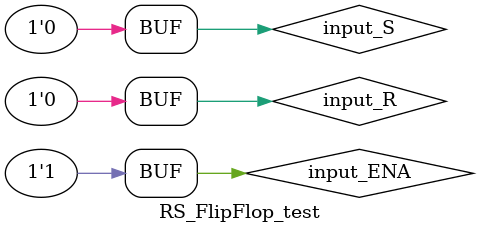
<source format=v>
`timescale 1ns / 1ps


module RS_FlipFlop_test;

	// Inputs
	reg input_R;
	reg input_S;
	reg input_ENA;

	// Outputs
	wire output_QH;
	wire output_QL;

	// Bidirs
	wire inout_CLK;

	// Instantiate the Unit Under Test (UUT)
	RS_FlipFlop uut (
		.input_R(input_R), 
		.input_S(input_S), 
		.input_ENA(input_ENA), 
		.inout_CLK(inout_CLK), 
		.output_QH(output_QH), 
		.output_QL(output_QL)
	);

	initial begin
		// Initialize Inputs
		input_R = 0;input_S = 0;input_ENA = 0;#100;
		input_R = 0;input_S = 0;input_ENA = 1;#25;
		input_R = 0;input_S = 0;input_ENA = 1;#200;
		input_R = 0;input_S = 1;input_ENA = 1;#200;
		input_R = 1;input_S = 0;input_ENA = 1;#200;
		
		
		input_R = 0;input_S = 0;input_ENA = 1;#40;
		input_R = 0;input_S = 1;input_ENA = 1;#10;
		input_R = 0;input_S = 0;input_ENA = 1;#150;
		
		input_R = 0;input_S = 1;input_ENA = 1;#10;
		input_R = 0;input_S = 0;input_ENA = 1;#190;
		
		input_R = 1;input_S = 1;input_ENA = 1;#200;
		input_R = 0;input_S = 0;input_ENA = 1;#200;

	end
      
endmodule


</source>
